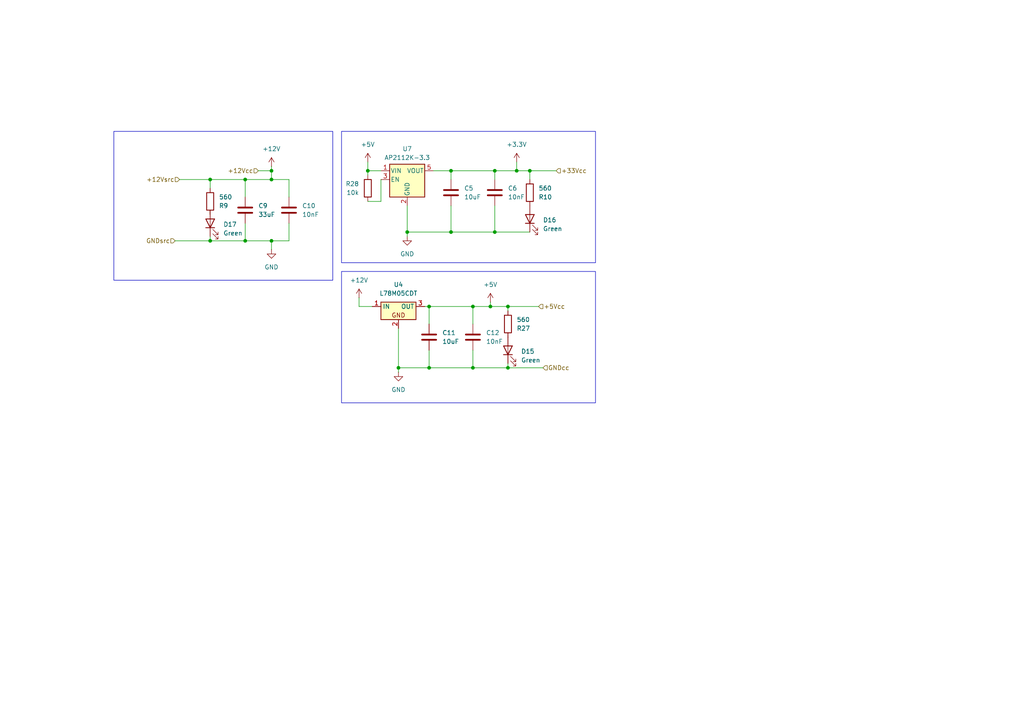
<source format=kicad_sch>
(kicad_sch (version 20250114) (generator "eeschema") (generator_version "9.0")
  (paper "A4")
  (lib_symbols
    (symbol "Device:C" (pin_numbers (hide yes)) (pin_names (offset 0.254))
      (property "Reference" "C" (at 0.635 2.54 0))
      (property "Value" "C" (at 0.635 -2.54 0))
      (symbol "C_0_1"
        (polyline (pts (xy -2.032 0.762) (xy 2.032 0.762)) (stroke (width 0.508)))
        (polyline (pts (xy -2.032 -0.762) (xy 2.032 -0.762)) (stroke (width 0.508)))
      )
      (symbol "C_1_1"
        (pin passive line (at 0 3.81 270) (length 2.794) (name "~") (number "1"))
        (pin passive line (at 0 -3.81 90) (length 2.794) (name "~") (number "2"))
      )
    )
    (symbol "Device:R" (pin_numbers (hide yes)) (pin_names (offset 0))
      (property "Reference" "R" (at 2.032 0 90))
      (property "Value" "R" (at 0 0 90))
      (symbol "R_0_1"
        (rectangle (start -1.016 -2.54) (end 1.016 2.54) (stroke (width 0.254)))
      )
      (symbol "R_1_1"
        (pin passive line (at 0 3.81 270) (length 1.27) (name "~") (number "1"))
        (pin passive line (at 0 -3.81 90) (length 1.27) (name "~") (number "2"))
      )
    )
    (symbol "LED_1" (pin_numbers (hide yes)) (pin_names (offset 1.016) (hide yes))
      (property "Reference" "D" (at 0 2.54 0))
      (property "Value" "LED" (at 0 -2.54 0))
      (symbol "LED_1_0_1"
        (polyline (pts (xy -3.048 -0.762) (xy -4.572 -2.286) (xy -3.81 -2.286) (xy -4.572 -2.286) (xy -4.572 -1.524)))
        (polyline (pts (xy -1.778 -0.762) (xy -3.302 -2.286) (xy -2.54 -2.286) (xy -3.302 -2.286) (xy -3.302 -1.524)))
        (polyline (pts (xy -1.27 0) (xy 1.27 0)))
        (polyline (pts (xy -1.27 -1.27) (xy -1.27 1.27)) (stroke (width 0.254)))
        (polyline (pts (xy 1.27 -1.27) (xy 1.27 1.27) (xy -1.27 0) (xy 1.27 -1.27)) (stroke (width 0.254)))
      )
      (symbol "LED_1_1_1"
        (pin passive line (at -3.81 0 0) (length 2.54) (name "K") (number "1"))
        (pin passive line (at 3.81 0 180) (length 2.54) (name "A") (number "2"))
      )
    )
    (symbol "PCM_Voltage_Regulator_AKL:L78M05CDT"
      (property "Reference" "U" (at 0 6.35 0))
      (property "Value" "L78M05CDT" (at 0 3.81 0))
      (symbol "L78M05CDT_0_0"
        (rectangle (start -5.08 1.27) (end 5.08 -3.81) (stroke (width 0.254)) (fill (type background)))
        (text "GND" (at 0 -2.54 0) (effects (font (size 1.27 1.27))))
      )
      (symbol "L78M05CDT_1_1"
        (pin power_in line (at -7.62 0 0) (length 2.54) (name "IN") (number "1"))
        (pin power_in line (at 0 -6.35 90) (length 2.54) (name "~") (number "2"))
        (pin power_out line (at 7.62 0 180) (length 2.54) (name "OUT") (number "3"))
      )
    )
    (symbol "Regulator_Linear:AP2112K-3.3" (pin_names (offset 0.254))
      (property "Reference" "U" (at -5.08 5.715 0))
      (property "Value" "AP2112K-3.3" (at 0 5.715 0))
      (symbol "AP2112K-3.3_0_1"
        (rectangle (start -5.08 4.445) (end 5.08 -5.08) (stroke (width 0.254)) (fill (type background)))
      )
      (symbol "AP2112K-3.3_1_1"
        (pin power_in line (at -7.62 2.54 0) (length 2.54) (name "VIN") (number "1"))
        (pin input line (at -7.62 0 0) (length 2.54) (name "EN") (number "3"))
        (pin power_in line (at 0 -7.62 90) (length 2.54) (name "GND") (number "2"))
        (pin no_connect line (at 5.08 0 180) (length 2.54) (hide yes) (name "NC") (number "4"))
        (pin power_out line (at 7.62 2.54 180) (length 2.54) (name "VOUT") (number "5"))
      )
    )
    (symbol "power:+3.3V" (power) (pin_numbers (hide yes)) (pin_names (offset 0) (hide yes))
      (property "Value" "+3.3V" (at 0 3.556 0))
      (symbol "+3.3V_0_1"
        (polyline (pts (xy -0.762 1.27) (xy 0 2.54)))
        (polyline (pts (xy 0 2.54) (xy 0.762 1.27)))
        (polyline (pts (xy 0 0) (xy 0 2.54)))
      )
      (symbol "+3.3V_1_1"
        (pin power_in line (at 0 0 90) (length 0) (name "~") (number "1"))
      )
    )
    (symbol "power:+5V" (power) (pin_numbers (hide yes)) (pin_names (offset 0) (hide yes))
      (property "Value" "+5V" (at 0 3.556 0))
      (symbol "+5V_0_1"
        (polyline (pts (xy -0.762 1.27) (xy 0 2.54)))
        (polyline (pts (xy 0 2.54) (xy 0.762 1.27)))
        (polyline (pts (xy 0 0) (xy 0 2.54)))
      )
      (symbol "+5V_1_1"
        (pin power_in line (at 0 0 90) (length 0) (name "~") (number "1"))
      )
    )
    (symbol "power:+6V" (power) (pin_numbers (hide yes)) (pin_names (offset 0) (hide yes))
      (property "Value" "+6V" (at 0 3.556 0))
      (symbol "+6V_0_1"
        (polyline (pts (xy -0.762 1.27) (xy 0 2.54)))
        (polyline (pts (xy 0 2.54) (xy 0.762 1.27)))
        (polyline (pts (xy 0 0) (xy 0 2.54)))
      )
      (symbol "+6V_1_1"
        (pin power_in line (at 0 0 90) (length 0) (name "~") (number "1"))
      )
    )
    (symbol "power:GND" (power) (pin_numbers (hide yes)) (pin_names (offset 0) (hide yes))
      (property "Value" "GND" (at 0 -3.81 0))
      (symbol "GND_0_1"
        (polyline (pts (xy 0 0) (xy 0 -1.27) (xy 1.27 -1.27) (xy 0 -2.54) (xy -1.27 -1.27) (xy 0 -1.27)))
      )
      (symbol "GND_1_1"
        (pin power_in line (at 0 0 270) (length 0) (name "~") (number "1"))
      )
    )
  )
  (rectangle (start 33.02 38.1) (end 96.52 81.28))
  (rectangle (start 99.06 78.74) (end 172.72 116.84))
  (rectangle (start 99.06 38.1) (end 172.72 76.2))
  (junction (at 137.16 106.68))
  (junction (at 137.16 88.9))
  (junction (at 124.46 88.9))
  (junction (at 142.24 88.9))
  (junction (at 118.11 67.31))
  (junction (at 130.81 49.53))
  (junction (at 153.67 49.53))
  (junction (at 115.57 106.68))
  (junction (at 143.51 49.53))
  (junction (at 143.51 67.31))
  (junction (at 149.86 49.53))
  (junction (at 78.74 69.85))
  (junction (at 78.74 49.53))
  (junction (at 124.46 106.68))
  (junction (at 71.12 69.85))
  (junction (at 60.96 69.85))
  (junction (at 78.74 52.07))
  (junction (at 71.12 52.07))
  (junction (at 106.68 49.53))
  (junction (at 147.32 106.68))
  (junction (at 60.96 52.07))
  (junction (at 130.81 67.31))
  (junction (at 147.32 88.9))
  (wire (pts (xy 149.86 46.99) (xy 149.86 49.53)))
  (wire (pts (xy 147.32 106.68) (xy 147.32 105.41)))
  (wire (pts (xy 104.14 88.9) (xy 107.95 88.9)))
  (wire (pts (xy 130.81 59.69) (xy 130.81 67.31)))
  (wire (pts (xy 130.81 49.53) (xy 125.73 49.53)))
  (wire (pts (xy 78.74 72.39) (xy 78.74 69.85)))
  (wire (pts (xy 123.19 88.9) (xy 124.46 88.9)))
  (wire (pts (xy 147.32 88.9) (xy 147.32 90.17)))
  (wire (pts (xy 147.32 88.9) (xy 156.21 88.9)))
  (wire (pts (xy 60.96 68.58) (xy 60.96 69.85)))
  (wire (pts (xy 142.24 87.63) (xy 142.24 88.9)))
  (wire (pts (xy 106.68 49.53) (xy 106.68 50.8)))
  (wire (pts (xy 153.67 49.53) (xy 153.67 52.07)))
  (wire (pts (xy 60.96 52.07) (xy 71.12 52.07)))
  (wire (pts (xy 83.82 69.85) (xy 83.82 64.77)))
  (wire (pts (xy 137.16 88.9) (xy 142.24 88.9)))
  (wire (pts (xy 153.67 67.31) (xy 143.51 67.31)))
  (wire (pts (xy 60.96 69.85) (xy 71.12 69.85)))
  (wire (pts (xy 157.48 106.68) (xy 147.32 106.68)))
  (wire (pts (xy 60.96 54.61) (xy 60.96 52.07)))
  (wire (pts (xy 78.74 52.07) (xy 83.82 52.07)))
  (wire (pts (xy 110.49 49.53) (xy 106.68 49.53)))
  (wire (pts (xy 130.81 67.31) (xy 143.51 67.31)))
  (wire (pts (xy 137.16 106.68) (xy 147.32 106.68)))
  (wire (pts (xy 71.12 52.07) (xy 71.12 57.15)))
  (wire (pts (xy 78.74 69.85) (xy 83.82 69.85)))
  (wire (pts (xy 118.11 67.31) (xy 118.11 68.58)))
  (wire (pts (xy 124.46 88.9) (xy 124.46 93.98)))
  (wire (pts (xy 78.74 49.53) (xy 78.74 52.07)))
  (wire (pts (xy 71.12 69.85) (xy 71.12 64.77)))
  (wire (pts (xy 115.57 95.25) (xy 115.57 106.68)))
  (wire (pts (xy 130.81 49.53) (xy 130.81 52.07)))
  (wire (pts (xy 78.74 48.26) (xy 78.74 49.53)))
  (wire (pts (xy 71.12 69.85) (xy 78.74 69.85)))
  (wire (pts (xy 83.82 52.07) (xy 83.82 57.15)))
  (wire (pts (xy 153.67 49.53) (xy 161.29 49.53)))
  (wire (pts (xy 110.49 52.07) (xy 110.49 58.42)))
  (wire (pts (xy 118.11 67.31) (xy 130.81 67.31)))
  (wire (pts (xy 71.12 52.07) (xy 78.74 52.07)))
  (wire (pts (xy 110.49 58.42) (xy 106.68 58.42)))
  (wire (pts (xy 74.93 49.53) (xy 78.74 49.53)))
  (wire (pts (xy 124.46 106.68) (xy 137.16 106.68)))
  (wire (pts (xy 149.86 49.53) (xy 153.67 49.53)))
  (wire (pts (xy 142.24 88.9) (xy 147.32 88.9)))
  (wire (pts (xy 137.16 101.6) (xy 137.16 106.68)))
  (wire (pts (xy 137.16 88.9) (xy 137.16 93.98)))
  (wire (pts (xy 50.8 69.85) (xy 60.96 69.85)))
  (wire (pts (xy 115.57 106.68) (xy 124.46 106.68)))
  (wire (pts (xy 143.51 49.53) (xy 149.86 49.53)))
  (wire (pts (xy 143.51 67.31) (xy 143.51 59.69)))
  (wire (pts (xy 115.57 107.95) (xy 115.57 106.68)))
  (wire (pts (xy 143.51 49.53) (xy 143.51 52.07)))
  (wire (pts (xy 60.96 60.96) (xy 60.96 62.23)))
  (wire (pts (xy 118.11 59.69) (xy 118.11 67.31)))
  (wire (pts (xy 106.68 46.99) (xy 106.68 49.53)))
  (wire (pts (xy 130.81 49.53) (xy 143.51 49.53)))
  (wire (pts (xy 124.46 101.6) (xy 124.46 106.68)))
  (wire (pts (xy 104.14 86.36) (xy 104.14 88.9)))
  (wire (pts (xy 52.07 52.07) (xy 60.96 52.07)))
  (wire (pts (xy 124.46 88.9) (xy 137.16 88.9)))
  (hierarchical_label "GNDsrc" (shape input) (at 50.8 69.85 180))
  (hierarchical_label "+5Vcc" (shape input) (at 156.21 88.9 0))
  (hierarchical_label "+33Vcc" (shape input) (at 161.29 49.53 0))
  (hierarchical_label "GNDcc" (shape input) (at 157.48 106.68 0))
  (hierarchical_label "+12Vcc" (shape input) (at 74.93 49.53 180))
  (hierarchical_label "+12Vsrc" (shape input) (at 52.07 52.07 180))
  (symbol (lib_id "power:+3.3V") (at 149.86 46.99 0) (unit 1)
    (property "Reference" "#PWR0141" (effects (hide yes)))
    (property "Value" "+3.3V" (at 149.86 41.91 0))
    (property "Description" "Power symbol creates a global label with name \"+3.3V\"" (effects (hide yes)))
  )
  (symbol (lib_id "Regulator_Linear:AP2112K-3.3") (at 118.11 52.07 0) (unit 1)
    (property "Reference" "U7" (at 118.11 43.18 0))
    (property "Value" "AP2112K-3.3" (at 118.11 45.72 0))
    (property "Footprint" "Package_TO_SOT_SMD:SOT-23-5_HandSoldering" (effects (hide yes)))
    (property "Datasheet" "https://www.diodes.com/assets/Datasheets/AP2112.pdf" (effects (hide yes)))
    (property "Description" "600mA low dropout linear regulator, with enable pin, 3.8V-6V input voltage range, 3.3V fixed positive output, SOT-23-5" (effects (hide yes)))
  )
  (symbol (lib_id "Device:C") (at 137.16 97.79 0) (unit 1)
    (property "Reference" "C12" (at 140.97 96.5199 0) (effects (justify left)))
    (property "Value" "10nF" (at 140.97 99.0599 0) (effects (justify left)))
    (property "Footprint" "Capacitor_SMD:C_0805_2012Metric" (effects (hide yes)))
    (property "Description" "Unpolarized capacitor" (effects (hide yes)))
  )
  (symbol (lib_id "power:+5V") (at 106.68 46.99 0) (unit 1)
    (property "Reference" "#PWR048" (effects (hide yes)))
    (property "Value" "+5V" (at 106.68 41.91 0))
    (property "Description" "Power symbol creates a global label with name \"+5V\"" (effects (hide yes)))
  )
  (symbol (lib_id "Device:C") (at 143.51 55.88 0) (unit 1)
    (property "Reference" "C6" (at 147.32 54.6099 0) (effects (justify left)))
    (property "Value" "10nF" (at 147.32 57.1499 0) (effects (justify left)))
    (property "Footprint" "Capacitor_SMD:C_0805_2012Metric" (effects (hide yes)))
    (property "Description" "Unpolarized capacitor" (effects (hide yes)))
  )
  (symbol (lib_id "Device:C") (at 83.82 60.96 0) (unit 1)
    (property "Reference" "C10" (at 87.63 59.6899 0) (effects (justify left)))
    (property "Value" "10nF" (at 87.63 62.2299 0) (effects (justify left)))
    (property "Footprint" "Capacitor_SMD:C_0805_2012Metric" (effects (hide yes)))
    (property "Description" "Unpolarized capacitor" (effects (hide yes)))
  )
  (symbol (lib_id "power:GND") (at 118.11 68.58 0) (unit 1)
    (property "Reference" "#PWR0157" (effects (hide yes)))
    (property "Value" "GND" (at 118.11 73.66 0))
    (property "Description" "Power symbol creates a global label with name \"GND\" , ground" (effects (hide yes)))
  )
  (symbol (lib_id "Device:R") (at 147.32 93.98 0) (mirror x) (unit 1)
    (property "Reference" "R27" (at 149.86 95.2501 0) (effects (justify left)))
    (property "Value" "560" (at 149.86 92.7101 0) (effects (justify left)))
    (property "Footprint" "Resistor_SMD:R_0805_2012Metric" (effects (hide yes)))
    (property "Description" "Resistor" (effects (hide yes)))
  )
  (symbol (lib_id "Device:C") (at 130.81 55.88 0) (unit 1)
    (property "Reference" "C5" (at 134.62 54.6099 0) (effects (justify left)))
    (property "Value" "10uF" (at 134.62 57.1499 0) (effects (justify left)))
    (property "Footprint" "Capacitor_SMD:C_0805_2012Metric" (effects (hide yes)))
    (property "Description" "Unpolarized capacitor" (effects (hide yes)))
  )
  (symbol (lib_id "power:+6V") (at 104.14 86.36 0) (unit 1)
    (property "Reference" "#PWR053" (effects (hide yes)))
    (property "Value" "+12V" (at 104.14 81.28 0))
    (property "Description" "Power symbol creates a global label with name \"+6V\"" (effects (hide yes)))
  )
  (symbol (lib_id "power:+5V") (at 142.24 87.63 0) (unit 1)
    (property "Reference" "#PWR0135" (effects (hide yes)))
    (property "Value" "+5V" (at 142.24 82.55 0))
    (property "Description" "Power symbol creates a global label with name \"+5V\"" (effects (hide yes)))
  )
  (symbol (lib_name "LED_1") (lib_id "Device:LED") (at 153.67 63.5 90) (unit 1)
    (property "Reference" "D16" (at 157.48 63.8174 90) (effects (justify right)))
    (property "Value" "Green" (at 157.48 66.3574 90) (effects (justify right)))
    (property "Footprint" "LED_SMD:LED_0805_2012Metric_Pad1.15x1.40mm_HandSolder" (effects (hide yes)))
    (property "Description" "Light emitting diode" (effects (hide yes)))
    (property "Sim.Pins" "1=K 2=A" (effects (hide yes)))
  )
  (symbol (lib_id "Device:R") (at 153.67 55.88 0) (mirror x) (unit 1)
    (property "Reference" "R10" (at 156.21 57.1501 0) (effects (justify left)))
    (property "Value" "560" (at 156.21 54.6101 0) (effects (justify left)))
    (property "Footprint" "Resistor_SMD:R_0805_2012Metric" (effects (hide yes)))
    (property "Description" "Resistor" (effects (hide yes)))
  )
  (symbol (lib_id "power:GND") (at 78.74 72.39 0) (unit 1)
    (property "Reference" "#PWR0133" (effects (hide yes)))
    (property "Value" "GND" (at 78.74 77.47 0))
    (property "Description" "Power symbol creates a global label with name \"GND\" , ground" (effects (hide yes)))
  )
  (symbol (lib_id "power:GND") (at 115.57 107.95 0) (unit 1)
    (property "Reference" "#PWR013" (effects (hide yes)))
    (property "Value" "GND" (at 115.57 113.03 0))
    (property "Description" "Power symbol creates a global label with name \"GND\" , ground" (effects (hide yes)))
  )
  (symbol (lib_name "LED_1") (lib_id "Device:LED") (at 147.32 101.6 90) (unit 1)
    (property "Reference" "D15" (at 151.13 101.9174 90) (effects (justify right)))
    (property "Value" "Green" (at 151.13 104.4574 90) (effects (justify right)))
    (property "Footprint" "LED_SMD:LED_0805_2012Metric_Pad1.15x1.40mm_HandSolder" (effects (hide yes)))
    (property "Description" "Light emitting diode" (effects (hide yes)))
    (property "Sim.Pins" "1=K 2=A" (effects (hide yes)))
  )
  (symbol (lib_id "PCM_Voltage_Regulator_AKL:L78M05CDT") (at 115.57 88.9 0) (unit 1)
    (property "Reference" "U4" (at 115.57 82.55 0))
    (property "Value" "L78M05CDT" (at 115.57 85.09 0))
    (property "Footprint" "PCM_Package_TO_SOT_SMD_AKL:TO-252-2" (effects (hide yes)))
    (property "Datasheet" "https://www.st.com/resource/en/datasheet/l78m.pdf" (effects (hide yes)))
    (property "Description" "TO-252 5V 0.5A 3-terminal voltage regulator, Alternate KiCad Library" (effects (hide yes)))
  )
  (symbol (lib_id "Device:C") (at 124.46 97.79 0) (unit 1)
    (property "Reference" "C11" (at 128.27 96.5199 0) (effects (justify left)))
    (property "Value" "10uF" (at 128.27 99.0599 0) (effects (justify left)))
    (property "Footprint" "Capacitor_SMD:C_0805_2012Metric" (effects (hide yes)))
    (property "Description" "Unpolarized capacitor" (effects (hide yes)))
  )
  (symbol (lib_id "Device:C") (at 71.12 60.96 0) (unit 1)
    (property "Reference" "C9" (at 74.93 59.6899 0) (effects (justify left)))
    (property "Value" "33uF" (at 74.93 62.2299 0) (effects (justify left)))
    (property "Footprint" "Capacitor_SMD:C_Elec_6.3x7.7" (effects (hide yes)))
    (property "Description" "Unpolarized capacitor" (effects (hide yes)))
  )
  (symbol (lib_id "Device:R") (at 60.96 58.42 0) (mirror x) (unit 1)
    (property "Reference" "R9" (at 63.5 59.6901 0) (effects (justify left)))
    (property "Value" "560" (at 63.5 57.1501 0) (effects (justify left)))
    (property "Footprint" "Resistor_SMD:R_0805_2012Metric" (effects (hide yes)))
    (property "Description" "Resistor" (effects (hide yes)))
  )
  (symbol (lib_name "LED_1") (lib_id "Device:LED") (at 60.96 64.77 90) (unit 1)
    (property "Reference" "D17" (at 64.77 65.0874 90) (effects (justify right)))
    (property "Value" "Green" (at 64.77 67.6274 90) (effects (justify right)))
    (property "Footprint" "LED_SMD:LED_0805_2012Metric_Pad1.15x1.40mm_HandSolder" (effects (hide yes)))
    (property "Description" "Light emitting diode" (effects (hide yes)))
    (property "Sim.Pins" "1=K 2=A" (effects (hide yes)))
  )
  (symbol (lib_id "Device:R") (at 106.68 54.61 0) (mirror x) (unit 1)
    (property "Reference" "R28" (at 104.14 53.3399 0) (effects (justify right)))
    (property "Value" "10k" (at 104.14 55.8799 0) (effects (justify right)))
    (property "Footprint" "Resistor_SMD:R_0805_2012Metric" (effects (hide yes)))
    (property "Description" "Resistor" (effects (hide yes)))
  )
  (symbol (lib_id "power:+6V") (at 78.74 48.26 0) (unit 1)
    (property "Reference" "#PWR0132" (effects (hide yes)))
    (property "Value" "+12V" (at 78.74 43.18 0))
    (property "Description" "Power symbol creates a global label with name \"+6V\"" (effects (hide yes)))
  )
)
</source>
